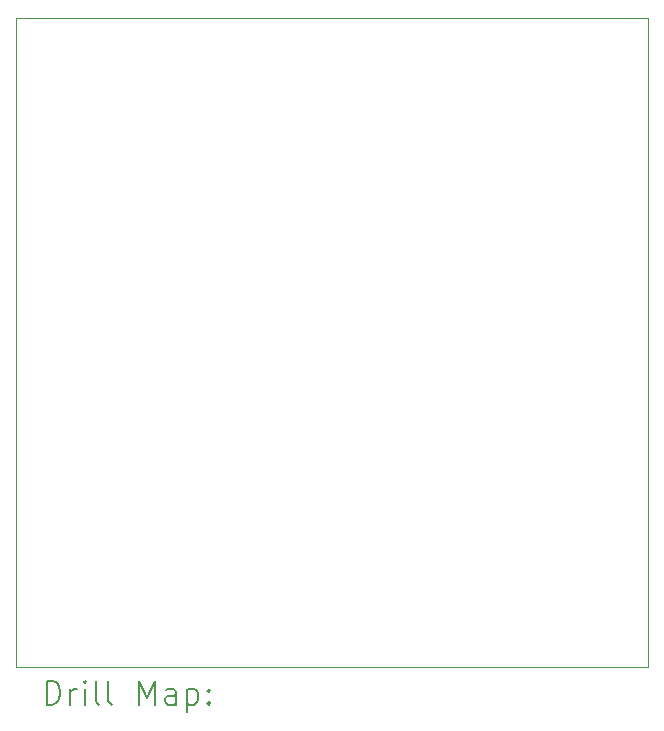
<source format=gbr>
%TF.GenerationSoftware,KiCad,Pcbnew,8.0.5*%
%TF.CreationDate,2024-10-30T21:55:21+01:00*%
%TF.ProjectId,p_ytka,70427974-6b61-42e6-9b69-6361645f7063,rev?*%
%TF.SameCoordinates,Original*%
%TF.FileFunction,Drillmap*%
%TF.FilePolarity,Positive*%
%FSLAX45Y45*%
G04 Gerber Fmt 4.5, Leading zero omitted, Abs format (unit mm)*
G04 Created by KiCad (PCBNEW 8.0.5) date 2024-10-30 21:55:21*
%MOMM*%
%LPD*%
G01*
G04 APERTURE LIST*
%ADD10C,0.050000*%
%ADD11C,0.200000*%
G04 APERTURE END LIST*
D10*
X10250000Y-4800000D02*
X15600000Y-4800000D01*
X15600000Y-10300000D01*
X10250000Y-10300000D01*
X10250000Y-4800000D01*
D11*
X10508277Y-10613984D02*
X10508277Y-10413984D01*
X10508277Y-10413984D02*
X10555896Y-10413984D01*
X10555896Y-10413984D02*
X10584467Y-10423508D01*
X10584467Y-10423508D02*
X10603515Y-10442555D01*
X10603515Y-10442555D02*
X10613039Y-10461603D01*
X10613039Y-10461603D02*
X10622563Y-10499698D01*
X10622563Y-10499698D02*
X10622563Y-10528270D01*
X10622563Y-10528270D02*
X10613039Y-10566365D01*
X10613039Y-10566365D02*
X10603515Y-10585412D01*
X10603515Y-10585412D02*
X10584467Y-10604460D01*
X10584467Y-10604460D02*
X10555896Y-10613984D01*
X10555896Y-10613984D02*
X10508277Y-10613984D01*
X10708277Y-10613984D02*
X10708277Y-10480650D01*
X10708277Y-10518746D02*
X10717801Y-10499698D01*
X10717801Y-10499698D02*
X10727324Y-10490174D01*
X10727324Y-10490174D02*
X10746372Y-10480650D01*
X10746372Y-10480650D02*
X10765420Y-10480650D01*
X10832086Y-10613984D02*
X10832086Y-10480650D01*
X10832086Y-10413984D02*
X10822563Y-10423508D01*
X10822563Y-10423508D02*
X10832086Y-10433031D01*
X10832086Y-10433031D02*
X10841610Y-10423508D01*
X10841610Y-10423508D02*
X10832086Y-10413984D01*
X10832086Y-10413984D02*
X10832086Y-10433031D01*
X10955896Y-10613984D02*
X10936848Y-10604460D01*
X10936848Y-10604460D02*
X10927324Y-10585412D01*
X10927324Y-10585412D02*
X10927324Y-10413984D01*
X11060658Y-10613984D02*
X11041610Y-10604460D01*
X11041610Y-10604460D02*
X11032086Y-10585412D01*
X11032086Y-10585412D02*
X11032086Y-10413984D01*
X11289229Y-10613984D02*
X11289229Y-10413984D01*
X11289229Y-10413984D02*
X11355896Y-10556841D01*
X11355896Y-10556841D02*
X11422562Y-10413984D01*
X11422562Y-10413984D02*
X11422562Y-10613984D01*
X11603515Y-10613984D02*
X11603515Y-10509222D01*
X11603515Y-10509222D02*
X11593991Y-10490174D01*
X11593991Y-10490174D02*
X11574943Y-10480650D01*
X11574943Y-10480650D02*
X11536848Y-10480650D01*
X11536848Y-10480650D02*
X11517801Y-10490174D01*
X11603515Y-10604460D02*
X11584467Y-10613984D01*
X11584467Y-10613984D02*
X11536848Y-10613984D01*
X11536848Y-10613984D02*
X11517801Y-10604460D01*
X11517801Y-10604460D02*
X11508277Y-10585412D01*
X11508277Y-10585412D02*
X11508277Y-10566365D01*
X11508277Y-10566365D02*
X11517801Y-10547317D01*
X11517801Y-10547317D02*
X11536848Y-10537793D01*
X11536848Y-10537793D02*
X11584467Y-10537793D01*
X11584467Y-10537793D02*
X11603515Y-10528270D01*
X11698753Y-10480650D02*
X11698753Y-10680650D01*
X11698753Y-10490174D02*
X11717801Y-10480650D01*
X11717801Y-10480650D02*
X11755896Y-10480650D01*
X11755896Y-10480650D02*
X11774943Y-10490174D01*
X11774943Y-10490174D02*
X11784467Y-10499698D01*
X11784467Y-10499698D02*
X11793991Y-10518746D01*
X11793991Y-10518746D02*
X11793991Y-10575889D01*
X11793991Y-10575889D02*
X11784467Y-10594936D01*
X11784467Y-10594936D02*
X11774943Y-10604460D01*
X11774943Y-10604460D02*
X11755896Y-10613984D01*
X11755896Y-10613984D02*
X11717801Y-10613984D01*
X11717801Y-10613984D02*
X11698753Y-10604460D01*
X11879705Y-10594936D02*
X11889229Y-10604460D01*
X11889229Y-10604460D02*
X11879705Y-10613984D01*
X11879705Y-10613984D02*
X11870182Y-10604460D01*
X11870182Y-10604460D02*
X11879705Y-10594936D01*
X11879705Y-10594936D02*
X11879705Y-10613984D01*
X11879705Y-10490174D02*
X11889229Y-10499698D01*
X11889229Y-10499698D02*
X11879705Y-10509222D01*
X11879705Y-10509222D02*
X11870182Y-10499698D01*
X11870182Y-10499698D02*
X11879705Y-10490174D01*
X11879705Y-10490174D02*
X11879705Y-10509222D01*
M02*

</source>
